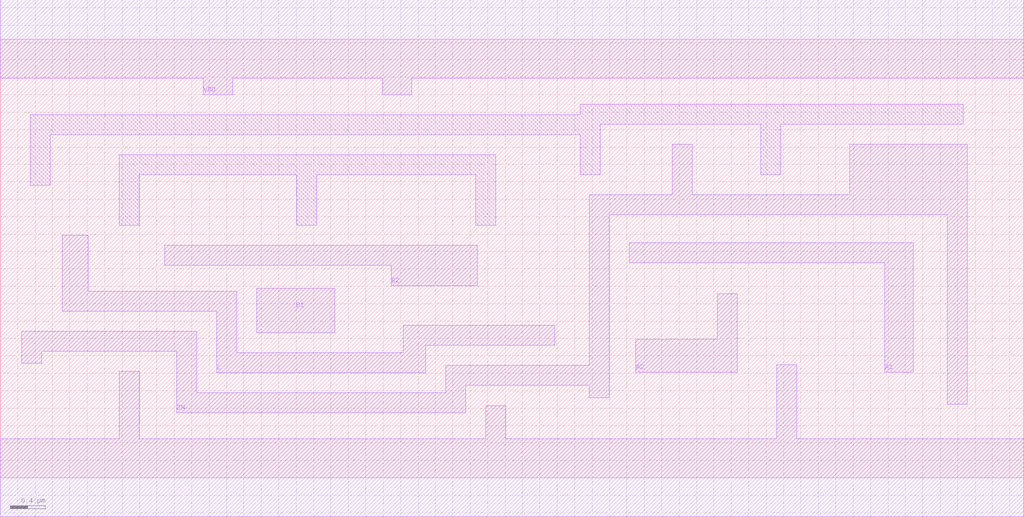
<source format=lef>
# Copyright 2022 GlobalFoundries PDK Authors
#
# Licensed under the Apache License, Version 2.0 (the "License");
# you may not use this file except in compliance with the License.
# You may obtain a copy of the License at
#
#      http://www.apache.org/licenses/LICENSE-2.0
#
# Unless required by applicable law or agreed to in writing, software
# distributed under the License is distributed on an "AS IS" BASIS,
# WITHOUT WARRANTIES OR CONDITIONS OF ANY KIND, either express or implied.
# See the License for the specific language governing permissions and
# limitations under the License.

MACRO gf180mcu_fd_sc_mcu9t5v0__aoi221_2
  CLASS core ;
  FOREIGN gf180mcu_fd_sc_mcu9t5v0__aoi221_2 0.0 0.0 ;
  ORIGIN 0 0 ;
  SYMMETRY X Y ;
  SITE GF018hv5v_green_sc9 ;
  SIZE 11.76 BY 5.04 ;
  PIN A1
    DIRECTION INPUT ;
    ANTENNAGATEAREA 3.252 ;
    PORT
      LAYER METAL1 ;
        POLYGON 7.225 2.47 10.165 2.47 10.165 1.21 10.49 1.21 10.49 2.7 7.225 2.7  ;
    END
  END A1
  PIN A2
    DIRECTION INPUT ;
    ANTENNAGATEAREA 3.252 ;
    PORT
      LAYER METAL1 ;
        POLYGON 7.3 1.21 8.47 1.21 8.47 2.115 8.24 2.115 8.24 1.59 7.3 1.59  ;
    END
  END A2
  PIN B1
    DIRECTION INPUT ;
    ANTENNAGATEAREA 3.252 ;
    PORT
      LAYER METAL1 ;
        POLYGON 2.945 1.665 3.845 1.665 3.845 2.18 2.945 2.18  ;
    END
  END B1
  PIN B2
    DIRECTION INPUT ;
    ANTENNAGATEAREA 3.252 ;
    PORT
      LAYER METAL1 ;
        POLYGON 1.89 2.44 4.49 2.44 4.49 2.205 5.48 2.205 5.48 2.67 1.89 2.67  ;
    END
  END B2
  PIN C
    DIRECTION INPUT ;
    ANTENNAGATEAREA 2.778 ;
    PORT
      LAYER METAL1 ;
        POLYGON 0.715 1.915 2.485 1.915 2.485 1.205 4.89 1.205 4.89 1.52 6.37 1.52 6.37 1.75 4.63 1.75 4.63 1.435 2.715 1.435 2.715 2.145 1.01 2.145 1.01 2.785 0.715 2.785  ;
    END
  END C
  PIN ZN
    DIRECTION OUTPUT ;
    ANTENNADIFFAREA 4.11125 ;
    PORT
      LAYER METAL1 ;
        POLYGON 0.245 1.315 0.475 1.315 0.475 1.455 2.025 1.455 2.025 0.745 5.35 0.745 5.35 1.06 6.765 1.06 6.765 0.92 6.995 0.92 6.995 3.02 10.88 3.02 10.88 0.845 11.11 0.845 11.11 3.83 9.76 3.83 9.76 3.25 7.95 3.25 7.95 3.83 7.72 3.83 7.72 3.25 6.765 3.25 6.765 1.29 5.12 1.29 5.12 0.975 2.255 0.975 2.255 1.685 0.245 1.685  ;
    END
  END ZN
  PIN VDD
    DIRECTION INOUT ;
    USE power ;
    SHAPE ABUTMENT ;
    PORT
      LAYER METAL1 ;
        POLYGON 0 4.59 2.33 4.59 2.33 4.4 2.67 4.4 2.67 4.59 4.39 4.59 4.39 4.4 4.73 4.4 4.73 4.59 11.065 4.59 11.76 4.59 11.76 5.49 11.065 5.49 0 5.49  ;
    END
  END VDD
  PIN VSS
    DIRECTION INOUT ;
    USE ground ;
    SHAPE ABUTMENT ;
    PORT
      LAYER METAL1 ;
        POLYGON 0 -0.45 11.76 -0.45 11.76 0.45 9.15 0.45 9.15 1.3 8.92 1.3 8.92 0.45 5.81 0.45 5.81 0.83 5.58 0.83 5.58 0.45 1.595 0.45 1.595 1.225 1.365 1.225 1.365 0.45 0 0.45  ;
    END
  END VSS
  OBS
      LAYER METAL1 ;
        POLYGON 1.365 2.9 1.595 2.9 1.595 3.48 3.405 3.48 3.405 2.9 3.635 2.9 3.635 3.48 5.465 3.48 5.465 2.9 5.695 2.9 5.695 3.71 1.365 3.71  ;
        POLYGON 0.345 3.36 0.575 3.36 0.575 3.94 6.665 3.94 6.665 3.48 6.895 3.48 6.895 4.06 8.74 4.06 8.74 3.48 8.97 3.48 8.97 4.06 11.065 4.06 11.065 4.29 6.665 4.29 6.665 4.17 0.345 4.17  ;
  END
END gf180mcu_fd_sc_mcu9t5v0__aoi221_2

</source>
